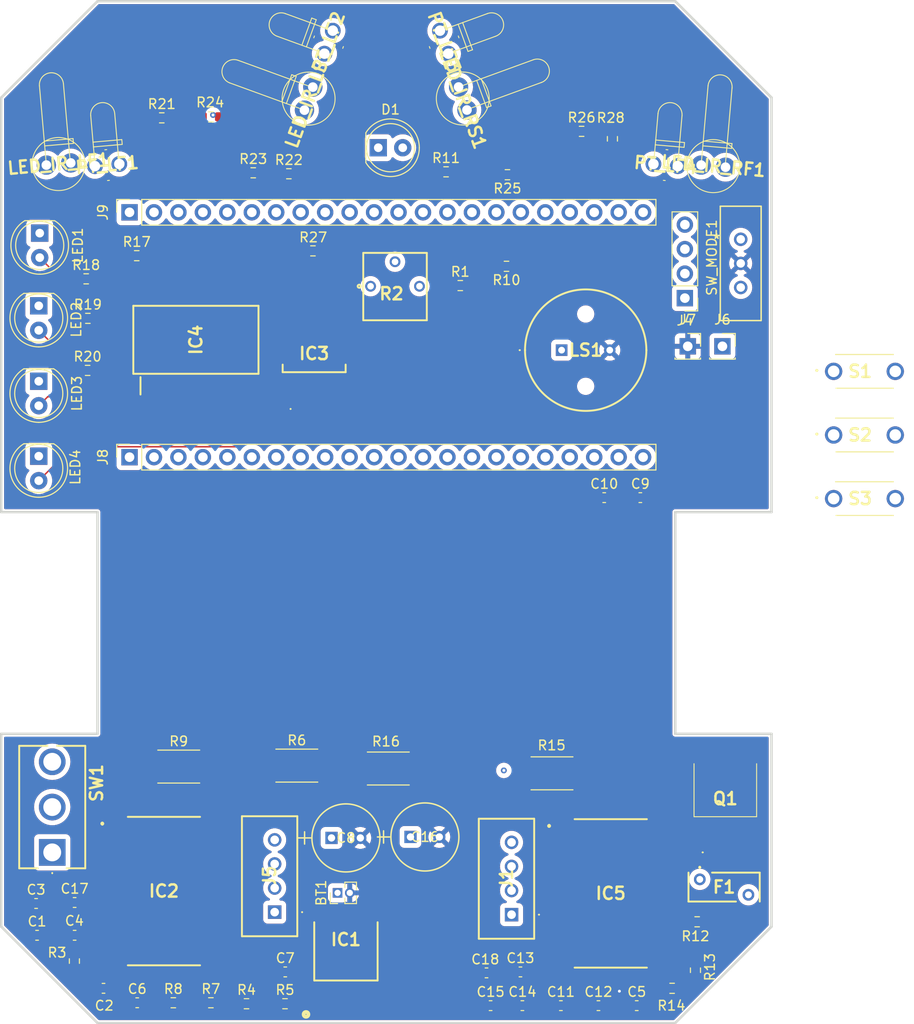
<source format=kicad_pcb>
(kicad_pcb (version 20240108) (generator "pcbnew") (generator_version "8.0")
  (layers (0 "F.Cu" signal) (31 "B.Cu" signal) (34 "B.Paste" user) (35 "F.Paste" user) (36 "B.SilkS" user "B.Silkscreen") (37 "F.SilkS" user "F.Silkscreen") (38 "B.Mask" user) (39 "F.Mask" user) (44 "Edge.Cuts" user))
  (net 0 "")
  (net 1 "GND")
  (net 3 "MODE")
  (net 4 "Net-(BT1-+)")
  (net 5 "+12V")
  (net 6 "Net-(IC2-VCP)")
  (net 7 "Net-(IC2-VREG)")
  (net 8 "5V")
  (net 9 "+5V")
  (net 10 "+3V3")
  (net 11 "Net-(IC5-VCP)")
  (net 12 "Net-(IC5-VREG)")
  (net 13 "Net-(IC2-CP1)")
  (net 14 "Net-(IC2-CP2)")
  (net 15 "Net-(IC5-CP1)")
  (net 16 "Net-(IC5-CP2)")
  (net 17 "Net-(D1-K)")
  (net 18 "Net-(Q1-S)")
  (net 19 "Net-(IC2-SENSE2)")
  (net 20 "MOTOR_EN")
  (net 21 "Net-(IC2-SENSE1)")
  (net 22 "DIR_L")
  (net 23 "Net-(IC2-OUT1B)")
  (net 24 "Net-(IC2-OUT2A)")
  (net 25 "Net-(IC2-OUT2B)")
  (net 26 "Net-(IC2-REF)")
  (net 27 "STEP_L")
  (net 28 "Net-(IC2-OUT1A)")
  (net 29 "SEN_LED_LS")
  (net 30 "Net-(IC4-O6)")
  (net 31 "Net-(IC4-O4)")
  (net 32 "LED1")
  (net 33 "Net-(IC4-O3)")
  (net 34 "SEN_LED_LF")
  (net 35 "SEN_LED_RF")
  (net 36 "Net-(IC4-O5)")
  (net 37 "LED2")
  (net 38 "Net-(IC4-O2)")
  (net 39 "SEN_LED_RS")
  (net 40 "LED3")
  (net 41 "Net-(IC4-O8)")
  (net 42 "Net-(IC4-O7)")
  (net 43 "LED4")
  (net 44 "Net-(IC4-O1)")
  (net 46 "Net-(IC5-SENSE1)")
  (net 47 "Net-(IC5-OUT2B)")
  (net 48 "Net-(IC5-REF)")
  (net 49 "Net-(IC5-OUT1A)")
  (net 50 "Net-(IC5-OUT1B)")
  (net 51 "STEP_R")
  (net 52 "DIR_R")
  (net 53 "Net-(IC5-SENSE2)")
  (net 54 "Net-(IC5-OUT2A)")
  (net 55 "UA3")
  (net 56 "UA4")
  (net 57 "UA2")
  (net 58 "UA1")
  (net 59 "VDD")
  (net 64 "AD_LS")
  (net 65 "AD_RS")
  (net 69 "AD_LF")
  (net 72 "AD_RF")
  (net 75 "DOWN")
  (net 76 "UP")
  (net 78 "BUZZER")
  (net 80 "EXECUTE")
  (net 84 "Net-(LED1-K)")
  (net 85 "Net-(LED2-K)")
  (net 86 "Net-(LED3-K)")
  (net 87 "Net-(LED4-K)")
  (net 88 "Net-(LED_IR_LF1-K)")
  (net 89 "Net-(LED_IR_LS1-K)")
  (net 90 "Net-(LED_IR_RF1-K)")
  (net 91 "Net-(LED_IR_RS1-K)")
  (net 92 "Net-(LS1-+)")
  (net 93 "Net-(Q1-D)")
  (net 95 "Net-(R4-Pad2)")
  (net 96 "BATTERY")
  (net 97 "Net-(R13-Pad2)")
  (footprint "Resistor_SMD:R_0603_1608Metric" (layer "F.Cu") (at 121.4 70)
    (property "Reference" "R19")
    (property "Value" "1k" (hide yes))
  )
  (footprint "Capacitor_SMD:C_0603_1608Metric" (layer "F.Cu") (at 116.125 134)
    (property "Reference" "C1")
    (property "Value" "10u" (hide yes))
  )
  (footprint "Connector_PinSocket_2.54mm:PinSocket_1x22_P2.54mm_Vertical" (layer "F.Cu") (at 125.725 59 90)
    (property "Reference" "J9")
    (property "Value" "Conn_01x22_Socket" (hide yes))
  )
  (footprint "ANT11SF1CQE:ANT11SF1CQE" (layer "F.Cu") (at 117.7 125.4)
    (property "Reference" "SW1")
    (property "Value" "SW_SPST" (hide yes))
  )
  (footprint "EG1218:SW_1218_EWI" (layer "F.Cu") (at 189.2 61.8)
    (property "Reference" "SW_MODE1")
    (property "Value" "~")
  )
  (footprint "PTS636_SL43_LFS:PTS636SL43LFS" (layer "F.Cu") (at 198.85 88.7)
    (property "Reference" "S3")
    (property "Value" "PTS636_SL43_LFS" (hide yes))
  )
  (footprint "Capacitor_SMD:C_0603_1608Metric" (layer "F.Cu") (at 126.525 141)
    (property "Reference" "C6")
    (property "Value" "10u" (hide yes))
  )
  (footprint "Resistor_SMD:R_0603_1608Metric" (layer "F.Cu") (at 138.575 54.9)
    (property "Reference" "R23")
    (property "Value" "33" (hide yes))
  )
  (footprint "Capacitor_SMD:C_0603_1608Metric" (layer "F.Cu") (at 162.8 137.9 180)
    (property "Reference" "C18")
    (property "Value" "0.1u" (hide yes))
  )
  (footprint "Connector_PinSocket_2.54mm:PinSocket_1x22_P2.54mm_Vertical" (layer "F.Cu") (at 125.725 84.4 90)
    (property "Reference" "J8")
    (property "Value" "Conn_01x22_Socket" (hide yes))
  )
  (footprint "Resistor_SMD:R_2512_6332Metric" (layer "F.Cu") (at 169.6 117.2 180)
    (property "Reference" "R15")
    (property "Value" "0.56" (hide yes))
  )
  (footprint "PTS636_SL43_LFS:PTS636SL43LFS" (layer "F.Cu") (at 198.85 82.1)
    (property "Reference" "S2")
    (property "Value" "PTS636_SL43_LFS" (hide yes))
  )
  (footprint "Capacitor_SMD:C_0603_1608Metric" (layer "F.Cu") (at 116.025 130.7)
    (property "Reference" "C3")
    (property "Value" "0.1u" (hide yes))
  )
  (footprint "A3982SLBTR-T:A3959SLBTRT" (layer "F.Cu") (at 175.7 129.655)
    (property "Reference" "IC5")
    (property "Value" "A3982SLBTR-T" (hide yes))
  )
  (footprint "Resistor_SMD:R_0603_1608Metric" (layer "F.Cu") (at 134.175 141)
    (property "Reference" "R7")
    (property "Value" "10k" (hide yes))
  )
  (footprint "Capacitor_SMD:C_0603_1608Metric" (layer "F.Cu") (at 166.525 141.3)
    (property "Reference" "C14")
    (property "Value" "1u" (hide yes))
  )
  (footprint "Resistor_SMD:R_0603_1608Metric" (layer "F.Cu") (at 184.675 132.6)
    (property "Reference" "R12")
    (property "Value" "10k" (hide yes))
  )
  (footprint "Resistor_SMD:R_0603_1608Metric" (layer "F.Cu") (at 121.225 65.9)
    (property "Reference" "R18")
    (property "Value" "1k" (hide yes))
  )
  (footprint "Connector_PinSocket_2.54mm:PinSocket_1x01_P2.54mm_Vertical" (layer "F.Cu") (at 183.7 72.9)
    (property "Reference" "J7")
    (property "Value" "Conn_01x01_Socket" (hide yes))
  )
  (footprint "Resistor_SMD:R_0603_1608Metric" (layer "F.Cu") (at 129.075 49.2)
    (property "Reference" "R21")
    (property "Value" "1k" (hide yes))
  )
  (footprint "LED_THT:LED_D5.0mm" (layer "F.Cu") (at 116.3 76.525 -90)
    (property "Reference" "LED3")
    (property "Value" "LED" (hide yes))
  )
  (footprint "PKM13EPYH4000-A0:PKM13EPYH4000A0" (layer "F.Cu") (at 170.6 73.3)
    (property "Reference" "LS1")
    (property "Value" "PKM13EPYH4000-A0" (hide yes))
  )
  (footprint "footprints:PCAP_SEP_C6_PAN" (layer "F.Cu") (at 146.7 123.9)
    (property "Reference" "C8")
    (property "Value" "100u")
  )
  (footprint "LED_THT:LED_D5.0mm" (layer "F.Cu") (at 116.4 61.16 -90)
    (property "Reference" "LED1")
    (property "Value" "LED" (hide yes))
  )
  (footprint "B4B-XH-A:B4BXHA" (layer "F.Cu") (at 165.4 131.86 90)
    (property "Reference" "J1")
    (property "Value" "B4B-XH-A" (hide yes))
  )
  (footprint "Resistor_SMD:R_0603_1608Metric" (layer "F.Cu") (at 126.475 63.5)
    (property "Reference" "R17")
    (property "Value" "1k" (hide yes))
  )
  (footprint "LIB_TEFT4300:TEFT4300" (layer "F.Cu") (at 181.4 54.1 -5)
    (property "Reference" "PT_LF4")
    (property "Value" "TEFT4300" (hide yes))
  )
  (footprint "Resistor_SMD:R_0603_1608Metric" (layer "F.Cu") (at 134.175 49.1 180)
    (property "Reference" "R24")
    (property "Value" "1k" (hide yes))
  )
  (footprint "Resistor_SMD:R_0603_1608Metric" (layer "F.Cu") (at 182.075 139.5 180)
    (property "Reference" "R14")
    (property "Value" "10k" (hide yes))
  )
  (footprint "KiCad:3362P_1" (layer "F.Cu") (at 153.3 70.2)
    (property "Reference" "R2")
    (property "Value" "10k" (hide yes))
  )
  (footprint "LIB_TEFT4300:TEFT4300" (layer "F.Cu") (at 158.4 41.35 -70)
    (property "Reference" "PT_LF3")
    (property "Value" "TEFT4300" (hide yes))
  )
  (footprint "Resistor_SMD:R_0603_1608Metric" (layer "F.Cu") (at 158.6 54.8)
    (property "Reference" "R11")
    (property "Value" "1k" (hide yes))
  )
  (footprint "LIB_TD62083AF:SOIC127P1030X245-18N" (layer "F.Cu") (at 132.62 72.225 90)
    (property "Reference" "IC4")
    (property "Value" "TD62083AF" (hide yes))
  )
  (footprint "Resistor_SMD:R_2512_6332Metric" (layer "F.Cu") (at 143.1 116.4)
    (property "Reference" "R6")
    (property "Value" "0.56" (hide yes))
  )
  (footprint "LIB_TEFT4300:TEFT4300" (layer "F.Cu") (at 146.4 41.35 70)
    (property "Reference" "PT_LF2")
    (property "Value" "TEFT4300" (hide yes))
  )
  (footprint "Capacitor_SMD:C_0603_1608Metric" (layer "F.Cu") (at 178.775 88.6)
    (property "Reference" "C9")
    (property "Value" "10u" (hide yes))
  )
  (footprint "Resistor_SMD:R_0603_1608Metric" (layer "F.Cu") (at 175.875 51.375 90)
    (property "Reference" "R28")
    (property "Value" "1k" (hide yes))
  )
  (footprint "Capacitor_SMD:C_0603_1608Metric" (layer "F.Cu") (at 178.4 141.3)
    (property "Reference" "C5")
    (property "Value" "0.1u" (hide yes))
  )
  (footprint "Capacitor_SMD:C_0603_1608Metric" (layer "F.Cu") (at 120.025 130.6)
    (property "Reference" "C17")
    (property "Value" "0.1u" (hide yes))
  )
  (footprint "LED_THT:LED_D5.0mm" (layer "F.Cu") (at 151.56 52.3)
    (property "Reference" "D1")
    (property "Value" "LED5" (hide yes))
  )
  (footprint "Resistor_SMD:R_0603_1608Metric" (layer "F.Cu") (at 164.875 64.6 180)
    (property "Reference" "R10")
    (property "Value" "10k" (hide yes))
  )
  (footprint "Connector_PinHeader_1.27mm:PinHeader_1x02_P1.27mm_Vertical" (layer "F.Cu") (at 147.33 129.6 90)
    (property "Reference" "BT1")
    (property "Value" "Battery_Cell")
  )
  (footprint "PTS636_SL43_LFS:PTS636SL43LFS" (layer "F.Cu") (at 198.85 75.5)
    (property "Reference" "S1")
    (property "Value" "PTS636_SL43_LFS" (hide yes))
  )
  (footprint "Capacitor_SMD:C_0603_1608Metric" (layer "F.Cu") (at 120.025 134 180)
    (property "Reference" "C4")
    (property "Value" "1u" (hide yes))
  )
  (footprint "Resistor_SMD:R_2512_6332Metric" (layer "F.Cu") (at 130.8375 116.5)
    (property "Reference" "R9")
    (property "Value" "0.56" (hide yes))
  )
  (footprint "Capacitor_SMD:C_0603_1608Metric" (layer "F.Cu") (at 175.025 88.6)
    (property "Reference" "C10")
    (property "Value" "1u" (hide yes))
  )
  (footprint "Capacitor_SMD:C_0603_1608Metric" (layer "F.Cu") (at 123.025 139.5)
    (property "Reference" "C2")
    (property "Value" "1u" (hide yes))
  )
  (footprint "LIB_SFH_4545:SFH4545" (layer "F.Cu") (at 185.11 54.1 -5)
    (property "Reference" "LED_IR_RF1")
    (property "Value" "SFH_4545" (hide yes))
  )
  (footprint "LIB_RUSBF110-2:RUSBF1102" (layer "F.Cu") (at 184.95 128.2)
    (property "Reference" "F1")
    (property "Value" "RUSBF110-2" (hide yes))
  )
  (footprint "Connector_PinSocket_2.54mm:PinSocket_1x01_P2.54mm_Vertical" (layer "F.Cu") (at 187.3 72.9)
    (property "Reference" "J6")
    (property "Value" "Conn_01x01_Socket" (hide yes))
  )
  (footprint "Resistor_SMD:R_2512_6332Metric" (layer "F.Cu") (at 152.6 116.7 180)
    (property "Reference" "R16")
    (property "Value" "0.56" (hide yes))
  )
  (footprint "Resistor_SMD:R_0603_1608Metric" (layer "F.Cu") (at 144.775 63 180)
    (property "Reference" "R27")
    (property "Value" "33" (hide yes))
  )
  (footprint "Capacitor_SMD:C_0603_1608Metric" (layer "F.Cu") (at 163.225 141.3)
    (property "Reference" "C15")
    (property "Value" "1u" (hide yes))
  )
  (footprint "Resistor_SMD:R_0603_1608Metric" (layer "F.Cu") (at 141.875 141.1)
    (property "Reference" "R5")
    (property "Value" "10k" (hide yes))
  )
  (footprint "Capacitor_SMD:C_0603_1608Metric" (layer "F.Cu") (at 141.9 137.8)
    (property "Reference" "C7")
    (property "Value" "1u" (hide yes))
  )
  (footprint "Resistor_SMD:R_0603_1608Metric" (layer "F.Cu") (at 160.075 66.6)
    (property "Reference" "R1")
    (property "Value" "1k" (hide yes))
  )
  (footprint "Resistor_SMD:R_0603_1608Metric" (layer "F.Cu") (at 137.875 141.1)
    (property "Reference" "R4")
    (property "Value" "10k" (hide yes))
  )
  (footprint "Capacitor_SMD:C_0603_1608Metric" (layer "F.Cu") (at 170.525 141.3)
    (property "Reference" "C11")
    (property "Value" "0.1u" (hide yes))
  )
  (footprint "Resistor_SMD:R_0603_1608Metric" (layer "F.Cu") (at 172.675 50.6)
    (property "Reference" "R26")
    (property "Value" "1k" (hide yes))
  )
  (footprint "LIB_NJM2845DL1-05-TE1:TO-252-3-L1" (layer "F.Cu") (at 148.2 132.65)
    (property "Reference" "IC1")
    (property "Value" "NJM2845DL1-05-TE1" (hide yes))
  )
  (footprint "Resistor_SMD:R_0603_1608Metric" (layer "F.Cu") (at 121.375 75.4)
    (property "Reference" "R20")
    (property "Value" "1k" (hide yes))
  )
  (footprint "Resistor_SMD:R_0603_1608Metric" (layer "F.Cu") (at 184.5 137.625 -90)
    (property "Reference" "R13")
    (property "Value" "10k" (hide yes))
  )
  (footprint "Resistor_SMD:R_0603_1608Metric" (layer "F.Cu") (at 120 136.675 90)
    (property "Reference" "R3")
    (property "Value" "10k" (hide yes))
  )
  (footprint "LIB_SFH_4545:SFH4545" (layer "F.Cu") (at 159.90684 46.018794 -70)
    (property "Reference" "LED_IR_RS1")
    (property "Value" "SFH_4545" (hide yes))
  )
  (footprint "Resistor_SMD:R_0603_1608Metric" (layer "F.Cu") (at 164.975 55.1 180)
    (property "Reference" "R25")
    (property "Value" "33" (hide yes))
  )
  (footprint "LIB_SFH_4545:SFH4545" (layer "F.Cu") (at 117.11 54.1 5)
    (property "Reference" "LED_IR_LF1")
    (property "Value" "SFH_4545" (hide yes))
  )
  (footprint "Connector_PinHeader_2.54mm:PinHeader_1x04_P2.54mm_Vertical" (layer "F.Cu") (at 183.4 67.9 180)
    (property "Reference" "J4")
    (property "Value" "Conn_01x04_Socket" (hide yes))
  )
  (footprint "Capacitor_SMD:C_0603_1608Metric" (layer "F.Cu") (at 174.425 141.3)
    (property "Reference" "C12")
    (property "Value" "10u" (hide yes))
  )
  (footprint "footprints:PCAP_SEP_C6_PAN" (layer "F.Cu") (at 154.9028 123.8)
    (property "Reference" "C16")
    (property "Value" "100u")
  )
  (footprint "Capacitor_SMD:C_0603_1608Metric" (layer "F.Cu") (at 166.325 137.8)
    (property "Reference" "C13")
    (property "Value" "0.1u" (hide yes))
  )
  (footprint "LIB_SFH_4545:SFH4545" (layer "F.Cu") (at 143.9 48.381206 70)
    (property "Reference" "LED_IR_LS1")
    (property "Value" "SFH_4545" (hide yes))
  )
  (footprint "Resistor_SMD:R_0603_1608Metric" (layer "F.Cu") (at 130.275 141)
    (property "Reference" "R8")
    (property "Value" "1k" (hide yes))
  )
  (footprint "LIB_TEFT4300:TEFT4300" (layer "F.Cu") (at 123.4 54.1 5)
    (property "Reference" "PT_LF1")
    (property "Value" "TEFT4300" (hide yes))
  )
  (footprint "LIB_NJM2845DL1-33-TE1:NJM2845DL133TE1" (layer "F.Cu") (at 144.9 73.6)
    (property "Reference" "IC3")
    (property "Value" "NJM2845DL1-33-TE1" (hide yes))
  )
  (footprint "LED_THT:LED_D5.0mm" (layer "F.Cu") (at 116.3 84.3 -90)
    (property "Reference" "LED4")
    (property "Value" "LED" (hide yes))
  )
  (footprint "A3982SLBTR-T:A3959SLBTRT" (layer "F.Cu") (at 129.3 129.415)
    (property "Reference" "IC2")
    (property "Value" "A3982SLBTR-T" (hide yes))
  )
  (footprint "LED_THT:LED_D5.0mm" (layer "F.Cu") (at 116.3 68.7 -90)
    (property "Reference" "LED2")
    (property "Value" "LED" (hide yes))
  )
  (footprint "LIB_TJ8S06M3L_T6L1,NQ_:TJ8S06M3LT6L1NQ" (layer "F.Cu") (at 187.6 116.2)
    (property "Reference" "Q1")
    (property "Value" "TJ8S06M3L_T6L1,NQ_" (hide yes))
  )
  (footprint "Resistor_SMD:R_0603_1608Metric" (layer "F.Cu") (at 142.275 55)
    (property "Reference" "R22")
    (property "Value" "33" (hide yes))
  )
  (footprint "B4B-XH-A:B4BXHA" (layer "F.Cu") (at 140.8 131.6 90)
    (property "Reference" "J5")
    (property "Value" "B4B-XH-A" (hide yes))
  )
  (gr_line (start 122.4 90.1) (end 122.4 113.1) (stroke (width 0.25)) (layer "Edge.Cuts"))
  (gr_line (start 112.4 47.1) (end 112.4 90.1) (stroke (width 0.25)) (layer "Edge.Cuts"))
  (gr_line (start 182.4 90.1) (end 192.4 90.1) (stroke (width 0.25)) (layer "Edge.Cuts"))
  (gr_line (start 112.4 133.1) (end 122.4 143.1) (stroke (width 0.25)) (layer "Edge.Cuts"))
  (gr_line (start 192.4 133.1) (end 192.4 113.1) (stroke (width 0.25)) (layer "Edge.Cuts"))
  (gr_line (start 122.4 37.1) (end 112.4 47.1) (stroke (width 0.25)) (layer "Edge.Cuts"))
  (gr_line (start 122.4 113.1) (end 112.4 113.1) (stroke (width 0.25)) (layer "Edge.Cuts"))
  (gr_line (start 182.4 113.1) (end 182.4 90.1) (stroke (width 0.25)) (layer "Edge.Cuts"))
  (gr_line (start 122.4 143.1) (end 182.4 143.1) (stroke (width 0.25)) (layer "Edge.Cuts"))
  (gr_line (start 182.4 37.1) (end 122.4 37.1) (stroke (width 0.25)) (layer "Edge.Cuts"))
  (gr_line (start 192.4 113.1) (end 182.4 113.1) (stroke (width 0.25)) (layer "Edge.Cuts"))
  (gr_line (start 182.4 143.1) (end 192.4 133.1) (stroke (width 0.25)) (layer "Edge.Cuts"))
  (gr_line (start 112.4 90.1) (end 122.4 90.1) (stroke (width 0.25)) (layer "Edge.Cuts"))
  (gr_line (start 192.4 47.1) (end 182.4 37.1) (stroke (width 0.25)) (layer "Edge.Cuts"))
  (gr_line (start 112.4 113.1) (end 112.4 133.1) (stroke (width 0.25)) (layer "Edge.Cuts"))
  (gr_line (start 192.4 90.1) (end 192.4 47.1) (stroke (width 0.25)) (layer "Edge.Cuts"))
  (via (at 176.6 139.8) (size 0.6096) (drill 0.3) (layers "F.Cu" "B.Cu") (net 1))
  (segment (start 122.608074 69.2964) (end 123.404474 68.5) (width 0.1524) (layer "F.Cu") (net 9))
  (segment (start 142.1264 78.1286) (end 117.2364 78.1286) (width 0.1524) (layer "F.Cu") (net 9))
  (segment (start 116.3 71.24) (end 118.96 73.9) (width 0.1524) (layer "F.Cu") (net 9))
  (segment (start 136.9336 83.3214) (end 142.6 77.655) (width 0.1524) (layer "F.Cu") (net 9))
  (segment (start 116.3 86.84) (end 119.8186 83.3214) (width 0.1524) (layer "F.Cu") (net 9))
  (segment (start 121.9964 69.2964) (end 122.608074 69.2964) (width 0.1524) (layer "F.Cu") (net 9))
  (segment (start 117.2364 78.1286) (end 116.3 79.065) (width 0.1524) (layer "F.Cu") (net 9))
  (segment (start 133.5236 68.5786) (end 142.6 77.655) (width 0.1524) (layer "F.Cu") (net 9))
  (segment (start 127.065 68.5786) (end 133.5236 68.5786) (width 0.1524) (layer "F.Cu") (net 9))
  (segment (start 116.4 63.7) (end 121.9964 69.2964) (width 0.1524) (layer "F.Cu") (net 9))
  (segment (start 118.96 73.9) (end 138.845 73.9) (width 0.1524) (layer "F.Cu") (net 9))
  (segment (start 138.845 73.9) (end 142.6 77.655) (width 0.1524) (layer "F.Cu") (net 9))
  (segment (start 123.404474 68.5) (end 126.9864 68.5) (width 0.1524) (layer "F.Cu") (net 9))
  (segment (start 142.6 77.655) (end 142.1264 78.1286) (width 0.1524) (layer "F.Cu") (net 9))
  (segment (start 126.9864 68.5) (end 127.065 68.5786) (width 0.1524) (layer "F.Cu") (net 9))
  (segment (start 119.8186 83.3214) (end 136.9336 83.3214) (width 0.1524) (layer "F.Cu") (net 9))
  (segment (start 152.645 77.655) (end 165.7 64.6) (width 0.1524) (layer "F.Cu") (net 10))
  (segment (start 147.2 77.655) (end 152.645 77.655) (width 0.1524) (layer "F.Cu") (net 10))
  (via (at 164.6 116.9) (size 0.6096) (drill 0.3) (layers "F.Cu" "B.Cu") (net 52))
  (via (at 134.4 48.9) (size 0.6096) (drill 0.3) (layers "F.Cu" "B.Cu") (net 64))
  (zone (net 1) (net_name "GND") (layers "F&B.Cu") (connect_pads (clearance 0.5)) (min_thickness 0.25) (fill yes (thermal_gap 0.5) (thermal_bridge_width 0.5))
    (polygon (pts (xy 182.4 37.1) (xy 192.4 47.1) (xy 192.4 90.1) (xy 182.4 90.1) (xy 182.4 113.1) (xy 192.4 113.1) (xy 192.4 133.1) (xy 182.4 143.1) (xy 122.4 143.1) (xy 112.4 133.1) (xy 112.4 113.1) (xy 122.4 113.1) (xy 122.4 90.1) (xy 112.4 90.1) (xy 112.4 47.1) (xy 122.4 37.1)))
  )
)
</source>
